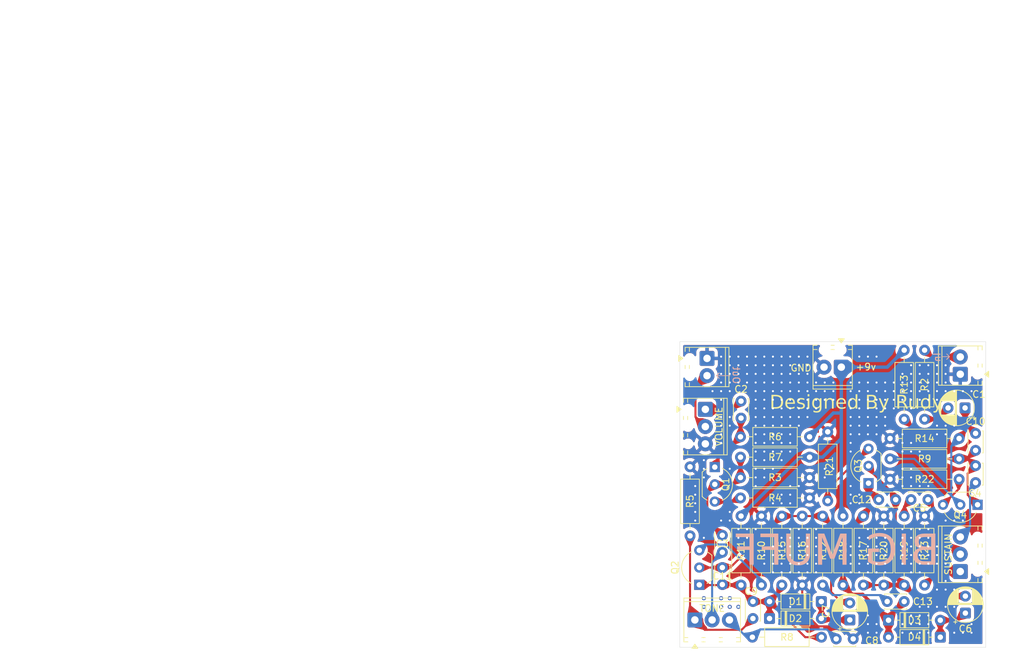
<source format=kicad_pcb>
(kicad_pcb (version 20241229) (generator "pcbnew") (generator_version "9.0")
  (layers (0 "F.Cu" signal) (2 "B.Cu" signal) (13 "F.Paste" user) (15 "B.Paste" user) (5 "F.SilkS" user "F.Silkscreen") (7 "B.SilkS" user "B.Silkscreen") (1 "F.Mask" user) (3 "B.Mask" user) (25 "Edge.Cuts" user))
  (net 0 "")
  (net 1 "Net-(C1-Pad2)")
  (net 2 "Net-(Q4-B)")
  (net 3 "Net-(C2-Pad2)")
  (net 4 "Net-(Q1-C)")
  (net 5 "Net-(Q1-B)")
  (net 6 "Tone_Stage_Out")
  (net 7 "Net-(Q4-C)")
  (net 8 "Net-(C4-Pad2)")
  (net 9 "Input_Boost_Output")
  (net 10 "Net-(C5-Pad2)")
  (net 11 "Net-(Q3-B)")
  (net 12 "Net-(D3-A)")
  (net 13 "Net-(D1-K)")
  (net 14 "Net-(Q2-B)")
  (net 15 "Net-(C8-Pad2)")
  (net 16 "GND")
  (net 17 "Clipping_Stage_Out")
  (net 18 "Net-(C9-Pad2)")
  (net 19 "Net-(D3-K)")
  (net 20 "Net-(C13-Pad2)")
  (net 21 "+9V")
  (net 22 "Effect_IN")
  (net 23 "Effect_OUT")
  (net 24 "Net-(Q1-E)")
  (net 25 "Net-(Q2-E)")
  (net 26 "Net-(Q3-E)")
  (net 27 "Net-(Q4-E)")
  (net 28 "Net-(R23-Pad1)")
  (footprint "Resistor_THT:R_Axial_DIN0207_L6.3mm_D2.5mm_P10.16mm_Horizontal" (layer "F.Cu") (at 127 75.67 -90)
    (property "Reference" "R17")
    (property "Value" "470K")
  )
  (footprint "Diode_THT:D_DO-35_SOD27_P7.62mm_Horizontal" (layer "F.Cu") (at 120.81 88.25 180)
    (property "Reference" "D1")
    (property "Value" "1N914")
  )
  (footprint "Resistor_THT:R_Axial_DIN0207_L6.3mm_D2.5mm_P10.16mm_Horizontal" (layer "F.Cu") (at 101.5 78.58 90)
    (property "Reference" "R5")
    (property "Value" "22K")
  )
  (footprint "Capacitor_THT:CP_Radial_D5.0mm_P2.50mm" (layer "F.Cu") (at 141.955112 59.75 180)
    (property "Reference" "C1")
    (property "Value" "1uF")
  )
  (footprint "Resistor_THT:R_Axial_DIN0207_L6.3mm_D2.5mm_P10.16mm_Horizontal" (layer "F.Cu") (at 133 75.67 -90)
    (property "Reference" "R19")
    (property "Value" "10K")
  )
  (footprint "Resistor_THT:R_Axial_DIN0207_L6.3mm_D2.5mm_P10.16mm_Horizontal" (layer "F.Cu") (at 115 85.83 90)
    (property "Reference" "R15")
    (property "Value" "470K")
  )
  (footprint "Resistor_THT:R_Axial_DIN0207_L6.3mm_D2.5mm_P10.16mm_Horizontal" (layer "F.Cu") (at 119.08 70 180)
    (property "Reference" "R3")
    (property "Value" "100K")
  )
  (footprint "Diode_THT:D_DO-35_SOD27_P7.62mm_Horizontal" (layer "F.Cu") (at 138.31 93.5 180)
    (property "Reference" "D4")
    (property "Value" "1N914")
  )
  (footprint "Capacitor_THT:CP_Radial_D5.0mm_P2.50mm" (layer "F.Cu") (at 142 89.955113 90)
    (property "Reference" "C6")
    (property "Value" "1uF")
  )
  (footprint "Resistor_THT:R_Axial_DIN0207_L6.3mm_D2.5mm_P10.16mm_Horizontal" (layer "F.Cu") (at 136 51.25 -90)
    (property "Reference" "R2")
    (property "Value" "39K")
  )
  (footprint "TerminalBlock_Phoenix:TerminalBlock_Phoenix_MPT-0,5-2-2.54_1x02_P2.54mm_Horizontal" (layer "F.Cu") (at 141.25 54.79 90)
    (property "Reference" "J2" (hide yes))
    (property "Value" "Sound")
  )
  (footprint "Capacitor_THT:C_Disc_D3.0mm_W2.0mm_P2.50mm" (layer "F.Cu") (at 125.5 93.75 180)
    (property "Reference" "C8")
    (property "Value" "10nF")
  )
  (footprint "Resistor_THT:R_Axial_DIN0207_L6.3mm_D2.5mm_P10.16mm_Horizontal" (layer "F.Cu") (at 108.92 64)
    (property "Reference" "R6")
    (property "Value" "15K")
  )
  (footprint "TerminalBlock_Phoenix:TerminalBlock_Phoenix_MPT-0,5-3-2.54_1x03_P2.54mm_Horizontal" (layer "F.Cu") (at 141.25 83.83 90)
    (property "Reference" "SUSTAIN")
    (property "Value" "100K")
  )
  (footprint "Capacitor_THT:C_Disc_D3.0mm_W2.0mm_P2.50mm" (layer "F.Cu") (at 143.5 63.5 -90)
    (property "Reference" "C10")
    (property "Value" "470pF")
  )
  (footprint "Resistor_THT:R_Axial_DIN0207_L6.3mm_D2.5mm_P10.16mm_Horizontal" (layer "F.Cu") (at 121.75 63.27 -90)
    (property "Reference" "R21")
    (property "Value" "150")
  )
  (footprint "Resistor_THT:R_Axial_DIN0207_L6.3mm_D2.5mm_P10.16mm_Horizontal" (layer "F.Cu") (at 121 75.67 -90)
    (property "Reference" "R12")
    (property "Value" "10k")
  )
  (footprint "Resistor_THT:R_Axial_DIN0207_L6.3mm_D2.5mm_P10.16mm_Horizontal" (layer "F.Cu") (at 120.83 93.5 180)
    (property "Reference" "R8")
    (property "Value" "39K")
  )
  (footprint "Capacitor_THT:C_Disc_D3.0mm_W2.0mm_P2.50mm" (layer "F.Cu") (at 106.25 81 90)
    (property "Reference" "C3")
    (property "Value" "100nF")
  )
  (footprint "Resistor_THT:R_Axial_DIN0207_L6.3mm_D2.5mm_P10.16mm_Horizontal" (layer "F.Cu") (at 141.08 64.25 180)
    (property "Reference" "R14")
    (property "Value" "47K")
  )
  (footprint "Capacitor_THT:C_Disc_D3.0mm_W2.0mm_P2.50mm" (layer "F.Cu") (at 109 61.25 90)
    (property "Reference" "C2")
    (property "Value" "100nF")
  )
  (footprint "Package_TO_SOT_THT:TO-92_Inline_Wide" (layer "F.Cu") (at 127.75 70.83 90)
    (property "Reference" "Q3")
    (property "Value" "BC239")
  )
  (footprint "Resistor_THT:R_Axial_DIN0207_L6.3mm_D2.5mm_P10.16mm_Horizontal" (layer "F.Cu") (at 108.92 67)
    (property "Reference" "R7")
    (property "Value" "430K")
  )
  (footprint "Package_TO_SOT_THT:TO-92_Inline_Wide" (layer "F.Cu") (at 105.14 68.46 -90)
    (property "Reference" "Q1")
    (property "Value" "BC239")
  )
  (footprint "Package_TO_SOT_THT:TO-92_Inline_Wide" (layer "F.Cu") (at 143.79 74 180)
    (property "Reference" "Q4")
    (property "Value" "BC239")
  )
  (footprint "Resistor_THT:R_Axial_DIN0207_L6.3mm_D2.5mm_P10.16mm_Horizontal" (layer "F.Cu") (at 118 85.83 90)
    (property "Reference" "R16")
    (property "Value" "100K")
  )
  (footprint "Diode_THT:D_DO-35_SOD27_P7.62mm_Horizontal" (layer "F.Cu") (at 113.19 90.75)
    (property "Reference" "D2")
    (property "Value" "1N914")
  )
  (footprint "Resistor_THT:R_Axial_DIN0207_L6.3mm_D2.5mm_P10.16mm_Horizontal" (layer "F.Cu") (at 133 61.41 90)
    (property "Reference" "R13")
    (property "Value" "10K")
  )
  (footprint "Capacitor_THT:C_Disc_D3.0mm_W2.0mm_P2.50mm" (layer "F.Cu") (at 131.75 73.25 180)
    (property "Reference" "C12")
    (property "Value" "470pF")
  )
  (footprint "Resistor_THT:R_Axial_DIN0207_L6.3mm_D2.5mm_P10.16mm_Horizontal" (layer "F.Cu") (at 130 75.67 -90)
    (property "Reference" "R20")
    (property "Value" "100K")
  )
  (footprint "Capacitor_THT:C_Disc_D3.0mm_W2.0mm_P2.50mm" (layer "F.Cu") (at 136.5 73.25 180)
    (property "Reference" "C5")
    (property "Value" "100nF")
  )
  (footprint "TerminalBlock_Phoenix:TerminalBlock_Phoenix_MPT-0,5-3-2.54_1x03_P2.54mm_Horizontal" (layer "F.Cu") (at 102.21 90.96)
    (property "Reference" "TONE")
    (property "Value" "100K")
  )
  (footprint "TerminalBlock_Phoenix:TerminalBlock_Phoenix_MPT-0,5-2-2.54_1x02_P2.54mm_Horizontal" (layer "F.Cu") (at 123.75 53.75 180)
    (property "Reference" "J1" (hide yes))
    (property "Value" "Power")
  )
  (footprint "TerminalBlock_Phoenix:TerminalBlock_Phoenix_MPT-0,5-2-2.54_1x02_P2.54mm_Horizontal" (layer "F.Cu") (at 104 52.46 -90)
    (property "Reference" "J3" (hide yes))
    (property "Value" "Sound")
  )
  (footprint "Capacitor_THT:C_Disc_D3.0mm_W2.0mm_P2.50mm" (layer "F.Cu") (at 143.5 68.25 -90)
    (property "Reference" "C4")
    (property "Value" "1uF")
  )
  (footprint "Capacitor_THT:C_Disc_D3.0mm_W2.0mm_P2.50mm" (layer "F.Cu") (at 110.75 88.25 -90)
    (property "Reference" "C9")
    (property "Value" "4nF")
  )
  (footprint "Resistor_THT:R_Axial_DIN0207_L6.3mm_D2.5mm_P10.16mm_Horizontal" (layer "F.Cu") (at 136 85.83 90)
    (property "Reference" "R23")
    (property "Value" "1K")
  )
  (footprint "Resistor_THT:R_Axial_DIN0207_L6.3mm_D2.5mm_P10.16mm_Horizontal" (layer "F.Cu") (at 112 75.67 -90)
    (property "Reference" "R10")
    (property "Value" "150")
  )
  (footprint "Resistor_THT:R_Axial_DIN0207_L6.3mm_D2.5mm_P10.16mm_Horizontal" (layer "F.Cu") (at 119.08 73 180)
    (property "Reference" "R4")
    (property "Value" "3K3")
  )
  (footprint "TerminalBlock_Phoenix:TerminalBlock_Phoenix_MPT-0,5-3-2.54_1x03_P2.54mm_Horizontal" (layer "F.Cu") (at 103.75 59.96 -90)
    (property "Reference" "VOLUME")
    (property "Value" "100K")
  )
  (footprint "Resistor_THT:R_Axial_DIN0207_L6.3mm_D2.5mm_P10.16mm_Horizontal" (layer "F.Cu") (at 130.92 67.25)
    (property "Reference" "R9")
    (property "Value" "470K")
  )
  (footprint "Package_TO_SOT_THT:TO-92_Inline_Wide" (layer "F.Cu") (at 102.86 85.79 90)
    (property "Reference" "Q2")
    (property "Value" "BC239")
  )
  (footprint "Capacitor_THT:C_Disc_D3.0mm_W2.0mm_P2.50mm" (layer "F.Cu") (at 106.25 83.25 -90)
    (property "Reference" "C11")
    (property "Value" "470pF")
  )
  (footprint "Resistor_THT:R_Axial_DIN0207_L6.3mm_D2.5mm_P10.16mm_Horizontal" (layer "F.Cu") (at 124 85.83 90)
    (property "Reference" "R18")
    (property "Value" "10K")
  )
  (footprint "Resistor_THT:R_Axial_DIN0207_L6.3mm_D2.5mm_P10.16mm_Horizontal" (layer "F.Cu") (at 109 85.83 90)
    (property "Reference" "R11")
    (property "Value" "10K")
  )
  (footprint "Resistor_THT:R_Axial_DIN0207_L6.3mm_D2.5mm_P10.16mm_Horizontal" (layer "F.Cu") (at 141.08 70.25 180)
    (property "Reference" "R22")
    (property "Value" "100")
  )
  (footprint "Diode_THT:D_DO-35_SOD27_P7.62mm_Horizontal" (layer "F.Cu") (at 130.69 91)
    (property "Reference" "D3")
    (property "Value" "1N914")
  )
  (footprint "Capacitor_THT:CP_Radial_D5.0mm_P2.50mm" (layer "F.Cu") (at 125 90.955112 90)
    (property "Reference" "C7")
    (property "Value" "1uF")
  )
  (footprint "Capacitor_THT:C_Disc_D3.0mm_W2.0mm_P2.50mm" (layer "F.Cu") (at 133 88.25 180)
    (property "Reference" "C13")
    (property "Value" "100nF")
  )
  (gr_line (start 138.5 52.2) (end 139.65 52.2) (stroke (width 0.1)) (layer "B.SilkS"))
  (gr_line (start 107.4 55) (end 105.4 55) (stroke (width 0.1)) (layer "B.SilkS"))
  (gr_line (start 139.65 52.2) (end 139.25 51.8) (stroke (width 0.1)) (layer "B.SilkS"))
  (gr_line (start 105.4 55) (end 105.8 55.4) (stroke (width 0.1)) (layer "B.SilkS"))
  (gr_line (start 105.8 54.6) (end 105.4 55) (stroke (width 0.1)) (layer "B.SilkS"))
  (gr_line (start 139.65 52.2) (end 139.25 52.6) (stroke (width 0.1)) (layer "B.SilkS"))
  (gr_line (start 105.4 55) (end 105.8 54.6) (stroke (width 0.1)) (layer "B.SilkS"))
  (gr_line (start 139.25 52.6) (end 139.65 52.2) (stroke (width 0.1)) (layer "B.SilkS"))
  (gr_rect (start 100 50) (end 145 95) (stroke (width 0.05)) (fill no) (layer "Edge.Cuts"))
  (gr_text "+9v\n" (at 125.8 54.3 0) (layer "F.SilkS") (effects (font (size 1 1)) (justify left bottom)))
  (gr_text "Designed By Rudy" (at 113.2 60.2 0) (layer "F.SilkS") (effects (font (size 2 2) (thickness 0.1)) (justify left bottom)))
  (gr_text "GND" (at 116.2 54.45 0) (layer "F.SilkS") (effects (font (size 1 1)) (justify left bottom)))
  (gr_text "In\n" (at 138.4 51.5 90) (layer "B.SilkS") (effects (font (size 1 1)) (justify left bottom mirror)))
  (gr_text "BIG MUFF\n" (at 138.2 83.6 0) (layer "B.SilkS") (effects (font (size 4.5 4.5) (thickness 0.1)) (justify left bottom mirror)))
  (gr_text "Out\n" (at 107.7 56.3 270) (layer "B.SilkS") (effects (font (size 1 1)) (justify left bottom mirror)))
  (segment (start 136 61.41) (end 137.795112 61.41) (width 0.3) (layer "F.Cu") (net 1))
  (segment (start 137.795112 61.41) (end 139.455112 59.75) (width 0.3) (layer "F.Cu") (net 1))
  (segment (start 141.955112 59.75) (end 141.955112 61.955112) (width 0.3) (layer "F.Cu") (net 2))
  (segment (start 141.955112 61.955112) (end 143.5 63.5) (width 0.3) (layer "F.Cu") (net 2))
  (segment (start 141.955112 59.75) (end 141.955112 63.374888) (width 0.3) (layer "F.Cu") (net 2))
  (segment (start 141.955112 63.374888) (end 141.08 64.25) (width 0.3) (layer "F.Cu") (net 2))
  (segment (start 139.929 72.679) (end 139.929 65.401) (width 0.3) (layer "B.Cu") (net 2))
  (segment (start 141.25 74) (end 139.929 72.679) (width 0.3) (layer "B.Cu") (net 2))
  (segment (start 134.5 67.25) (end 130.92 67.25) (width 0.3) (layer "B.Cu") (net 2))
  (segment (start 141.25 74) (end 134.5 67.25) (width 0.3) (layer "B.Cu") (net 2))
  (segment (start 139.929 65.401) (end 141.08 64.25) (width 0.3) (layer "B.Cu") (net 2))
  (segment (start 107.79 59.96) (end 109 58.75) (width 0.3) (layer "F.Cu") (net 3))
  (segment (start 103.75 59.96) (end 107.79 59.96) (width 0.3) (layer "F.Cu") (net 3))
  (segment (start 108.92 64) (end 105.14 67.78) (width 0.3) (layer "F.Cu") (net 4))
  (segment (start 105.14 67.78) (end 105.14 68.46) (width 0.3) (layer "F.Cu") (net 4))
  (segment (start 108.92 64) (end 108.92 61.33) (width 0.3) (layer "F.Cu") (net 4))
  (segment (start 108.92 61.33) (end 109 61.25) (width 0.3) (layer "F.Cu") (net 4))
  (segment (start 105.14 71) (end 107.92 71) (width 0.3) (layer "F.Cu") (net 5))
  (segment (start 106.25 78.5) (end 104.039 76.289) (width 0.3) (layer "F.Cu") (net 5))
  (segment (start 104.039 76.289) (end 104.039 72.101) (width 0.3) (layer "F.Cu") (net 5))
  (segment (start 104.039 72.101) (end 105.14 71) (width 0.3) (layer "F.Cu") (net 5))
  (segment (start 107.92 71) (end 108.92 70) (width 0.3) (layer "F.Cu") (net 5))
  (segment (start 108.92 67) (end 108.92 70) (width 0.3) (layer "F.Cu") (net 5))
  (segment (start 104.75 82.5) (end 106.25 81) (width 0.3) (layer "B.Cu") (net 6))
  (segment (start 104.75 90.96) (end 104.75 82.5) (width 0.3) (layer "B.Cu") (net 6))
  (segment (start 138.84 67.25) (end 141.08 67.25) (width 0.3) (layer "F.Cu") (net 7))
  (segment (start 141.08 67.25) (end 142.5 67.25) (width 0.3) (layer "F.Cu") (net 7))
  (segment (start 142.25 67.25) (end 143.5 66) (width 0.3) (layer "F.Cu") (net 7))
  (segment (start 133 61.41) (end 138.84 67.25) (width 0.3) (layer "F.Cu") (net 7))
  (segment (start 142.349 69.401) (end 142.349 72.559) (width 0.3) (layer "F.Cu") (net 7))
  (segment (start 141.08 67.25) (end 142.25 67.25) (width 0.3) (layer "F.Cu") (net 7))
  (segment (start 142.349 72.559) (end 143.79 74) (width 0.3) (layer "F.Cu") (net 7))
  (segment (start 143.5 68.25) (end 142.349 69.401) (width 0.3) (layer "F.Cu") (net 7))
  (segment (start 142.5 67.25) (end 143.5 68.25) (width 0.3) (layer "F.Cu") (net 7))
  (segment (start 142.689 77.311) (end 141.25 78.75) (width 0.3) (layer "B.Cu") (net 8))
  (segment (start 143.5 70.75) (end 142.689 71.561) (width 0.3) (layer "B.Cu") (net 8))
  (segment (start 142.689 71.561) (end 142.689 77.311) (width 0.3) (layer "B.Cu") (net 8))
  (segment (start 141.25 81.29) (end 138 78.04) (width 0.3) (layer "F.Cu") (net 9))
  (segment (start 138 75.25) (end 136.5 73.75) (width 0.3) (layer "F.Cu") (net 9))
  (segment (start 138 78.04) (end 138 75.25) (width 0.3) (layer "F.Cu") (net 9))
  (segment (start 136.5 73.75) (end 136.5 73.25) (width 0.3) (layer "F.Cu") (net 9))
  (segment (start 133 75.67) (end 133 74.25) (width 0.3) (layer "F.Cu") (net 10))
  (segment (start 133 74.25) (end 134 73.25) (width 0.3) (layer "F.Cu") (net 10))
  (segment (start 133 85.83) (end 131.75 84.58) (width 0.3) (layer "F.Cu") (net 11))
  (segment (start 134.625113 87.455113) (end 142 87.455113) (width 0.3) (layer "F.Cu") (net 11))
  (segment (start 131.75 84.58) (end 131.75 73.25) (width 0.3) (layer "F.Cu") (net 11))
  (segment (start 127.75 68.729) (end 127.75 68.29) (width 0.3) (layer "F.Cu") (net 11))
  (segment (start 133 85.83) (end 130 85.83) (width 0.3) (layer "F.Cu") (net 11))
  (segment (start 131.75 73.25) (end 131.75 72.729) (width 0.3) (layer "F.Cu") (net 11))
  (segment (start 133 85.83) (end 127 85.83) (width 0.3) (layer "F.Cu") (net 11))
  (segment (start 133 85.83) (end 134.625113 87.455113) (width 0.3) (layer "F.Cu") (net 11))
  (segment (start 131.75 72.729) (end 127.75 68.729) (width 0.3) (layer "F.Cu") (net 11))
  (segment (start 138.31 91) (end 140.955113 91) (width 0.3) (layer "F.Cu") (net 12))
  (segment (start 138.31 91) (end 138.31 93.5) (width 0.3) (layer "F.Cu") (net 12))
  (segment (start 140.955113 91) (end 142 89.955113) (width 0.3) (layer "F.Cu") (net 12))
  (segment (start 120.81 88.25) (end 120.81 90.75) (width 0.3) (layer "F.Cu") (net 13))
  (segment (start 125 90.955112) (end 121.015112 90.955112) (width 0.3) (layer "F.Cu") (net 13))
  (segment (start 121.015112 90.955112) (end 120.81 90.75) (width 0.3) (layer "F.Cu") (net 13))
  (segment (start 102.86 83.25) (end 106.25 83.25) (width 0.3) (layer "F.Cu") (net 14))
  (segment (start 107.42 83.25) (end 115 75.67) (width 0.3) (layer "F.Cu") (net 14))
  (segment (start 122.25 76.92) (end 121 75.67) (width 0.3) (layer "F.Cu") (net 14))
  (segment (start 122.25 86.836482) (end 122.25 76.92) (width 0.3) (layer "F.Cu") (net 14))
  (segment (start 106.25 83.25) (end 107.42 83.25) (width 0.3) (layer "F.Cu") (net 14))
  (segment (start 115 75.67) (end 121 75.67) (width 0.3) (layer "F.Cu") (net 14))
  (segment (start 123.86863 88.455112) (end 122.25 86.836482) (width 0.3) (layer "F.Cu") (net 14))
  (segment (start 125 88.455112) (end 123.86863 88.455112) (width 0.3) (layer "F.Cu") (net 14))
  (segment (start 110.67 93.5) (end 111.821 92.349) (width 0.3) (layer "B.Cu") (net 15))
  (segment (start 111.821 92.349) (end 121.599 92.349) (width 0.3) (layer "B.Cu") (net 15))
  (segment (start 109.83 93.5) (end 110.67 93.5) (width 0.3) (layer "B.Cu") (net 15))
  (segment (start 121.599 92.349) (end 123 93.75) (width 0.3) (layer "B.Cu") (net 15))
  (segment (start 107.29 90.96) (end 109.83 93.5) (width 0.3) (layer "B.Cu") (net 15))
  (segment (start 118 89.56776) (end 118 85.83) (width 0.3) (layer "F.Cu") (net 16))
  (segment (start 120.33324 91.901) (end 118 89.56776) (width 0.3) (layer "F.Cu") (net 16))
  (segment (start 125.5 93.75) (end 123.651 91.901) (width 0.3) (layer "F.Cu") (net 16))
  (segment (start 123.651 91.901) (end 120.33324 91.901) (width 0.3) (layer "F.Cu") (net 16))
  (via (at 117.50175 56.01175) (size 0.6) (drill 0.3) (layers "F.Cu" "B.Cu") (net 16))
  (via (at 135.28175 91.57175) (size 0.6) (drill 0.3) (layers "F.Cu" "B.Cu") (net 16))
  (via (at 127.66175 62.36175) (size 0.6) (drill 0.3) (layers "F.Cu" "B.Cu") (net 16))
  (via (at 107.34175 56.01175) (size 0.6) (drill 0.3) (layers "F.Cu" "B.Cu") (net 16))
  (via (at 103.53175 89.03175) (size 0.6) (drill 0.3) (layers "F.Cu" "B.Cu") (net 16))
  (via (at 132.74175 78.87175) (size 0.6) (drill 0.3) (layers "F.Cu" "B.Cu") (net 16))
  (via (at 120.04175 78.87175) (size 0.6) (drill 0.3) (layers "F.Cu" "B.Cu") (net 16))
  (via (at 130.20175 81.41175) (size 0.6) (drill 0.3) (layers "F.Cu" "B.Cu") (net 16))
  (via (at 140.36175 76.33175) (size 0.6) (drill 0.3) (layers "F.Cu" "B.Cu") (net 16))
  (via (at 126.39175 81.41175) (size 0.6) (drill 0.3) (layers "F.Cu" "B.Cu") (net 16))
  (via (at 127.66175 83.95175) (size 0.6) (drill 0.3) (layers "F.Cu" "B.Cu") (net 16))
  (via (at 113.69175 52.20175) (size 0.6) (drill 0.3) (layers "F.Cu" "B.Cu") (net 16))
  (via (at 130.20175 57.28175) (size 0.6) (drill 0.3) (layers "F.Cu" "B.Cu") (net 16))
  (via (at 108.61175 77.60175) (size 0.6) (drill 0.3) (layers "F.Cu" "B.Cu") (net 16))
  (via (at 135.28175 83.95175) (size 0.6) (drill 0.3) (layers "F.Cu" "B.Cu") (net 16))
  (via (at 111.15175 71.25175) (size 0.6) (drill 0.3) (layers "F.Cu" "B.Cu") (net 16))
  (via (at 125.12175 80.14175) (size 0.6) (drill 0.3) (layers "F.Cu" "B.Cu") (net 16))
  (via (at 128.93175 61.09175) (size 0.6) (drill 0.3) (layers "F.Cu" "B.Cu") (net 16))
  (via (at 132.74175 58.55175) (size 0.6) (drill 0.3) (layers "F.Cu" "B.Cu") (net 16))
  (via (at 120.04175 56.01175) (size 0.6) (drill 0.3) (layers "F.Cu" "B.Cu") (net 16))
  (via (at 127.66175 91.57175) (size 0.6) (drill 0.3) (layers "F.Cu" "B.Cu") (net 16))
  (via (at 106.07175 61.09175) (size 0.6) (drill 0.3) (layers "F.Cu" "B.Cu") (net 16))
  (via (at 116.23175 87.76175) (size 0.6) (drill 0.3) (layers "F.Cu" "B.Cu") (net 16))
  (via (at 135.28175 78.87175) (size 0.6) (drill 0.3) (layers "F.Cu" "B.Cu") (net 16))
  (via (at 135.28175 57.28175) (size 0.6) (drill 0.3) (layers "F.Cu" "B.Cu") (net 16))
  (via (at 111.15175 53.47175) (size 0.6) (drill 0.3) (layers "F.Cu" "B.Cu") (net 16))
  (via (at 114.96175 57.28175) (size 0.6) (drill 0.3) (layers "F.Cu" "B.Cu") (net 16))
  (via (at 128.93175 57.28175) (size 0.6) (drill 0.3) (layers "F.Cu" "B.Cu") (net 16))
  (via (at 102.26175 73.79175) (size 0.6) (drill 0.3) (layers "F.Cu" "B.Cu") (net 16))
  (via (at 128.93175 59.82175) (size 0.6) (drill 0.3) (layers "F.Cu" "B.Cu") (net 16))
  (via (at 117.50175 81.41175) (size 0.6) (drill 0.3) (layers "F.Cu" "B.Cu") (net 16))
  (via (at 128.93175 81.41175) (size 0.6) (drill 0.3) (layers "F.Cu" "B.Cu") (net 16))
  (via (at 111.15175 64.90175) (size 0.6) (drill 0.3) (layers "F.Cu" "B.Cu") (net 16))
  (via (at 108.61175 54.74175) (size 0.6) (drill 0.3) (layers "F.Cu" "B.Cu") (net 16))
  (via (at 132.74175 54.74175) (size 0.6) (drill 0.3) (layers "F.Cu" "B.Cu") (net 16))
  (via (at 137.82175 62.36175) (size 0.6) (drill 0.3) (layers "F.Cu" "B.Cu") (net 16))
  (via (at 128.93175 56.01175) (size 0.6) (drill 0.3) (layers "F.Cu" "B.Cu") (net 16))
  (via (at 106.07175 76.33175) (size 0.6) (drill 0.3) (layers "F.Cu" "B.Cu") (net 16))
  (via (at 135.28175 69.98175) (size 0.6) (drill 0.3) (layers "F.Cu" "B.Cu") (net 16))
  (via (at 136.55175 89.03175) (size 0.6) (drill 0.3) (layers "F.Cu" "B.Cu") (net 16))
  (via (at 125.12175 83.95175) (size 0.6) (drill 0.3) (layers "F.Cu" "B.Cu") (net 16))
  (via (at 111.15175 62.36175) (size 0.6) (drill 0.3) (layers "F.Cu" "B.Cu") (net 16))
  (via (at 107.34175 52.20175) (size 0.6) (drill 0.3) (layers "F.Cu" "B.Cu") (net 16))
  (via (at 103.53175 68.71175) (size 0.6) (drill 0.3) (layers "F.Cu" "B.Cu") (net 16))
  (via (at 116.23175 78.87175) (size 0.6) (drill 0.3) (layers "F.Cu" "B.Cu") (net 16))
  (via (at 120.04175 77.60175) (size 0.6) (drill 0.3) (layers "F.Cu" "B.Cu") (net 16))
  (via (at 126.39175 80.14175) (size 0.6) (drill 0.3) (layers "F.Cu" "B.Cu") (net 16))
  (via (at 107.34175 53.47175) (size 0.6) (drill 0.3) (layers "F.Cu" "B.Cu") (net 16))
  (via (at 127.66175 61.09175) (size 0.6) (drill 0.3) (layers "F.Cu" "B.Cu") (net 16))
  (via (at 137.82175 57.28175) (size 0.6) (drill 0.3) (layers "F.Cu" "B.Cu") (net 16))
  (via (at 114.96175 66.17175) (size 0.6) (drill 0.3) (layers "F.Cu" "B.Cu") (net 16))
  (via (at 139.09175 56.01175) (size 0.6) (drill 0.3) (layers "F.Cu" "B.Cu") (net 16))
  (via (at 117.50175 57.28175) (size 0.6) (drill 0.3) (layers "F.Cu" "B.Cu") (net 16))
  (via (at 118.77175 78.87175) (size 0.6) (drill 0.3) (layers "F.Cu" "B.Cu") (net 16))
  (via (at 132.74175 81.41175) (size 0.6) (drill 0.3) (layers "F.Cu" "B.Cu") (net 16))
  (via (at 132.74175 77.60175) (size 0.6) (drill 0.3) (layers "F.Cu" "B.Cu") (net 16))
  (via (at 127.66175 78.87175) (size 0.6) (drill 0.3) (layers "F.Cu" "B.Cu") (net 16))
  (via (at 121.31175 57.28175) (size 0.6) (drill 0.3) (layers "F.Cu" "B.Cu") (net 16))
  (via (at 142.90175 92.84175) (size 0.6) (drill 0.3) (layers "F.Cu" "B.Cu") (net 16))
  (via (at 132.74175 92.84175) (size 0.6) (drill 0.3) (layers "F.Cu" "B.Cu") (net 16))
  (via (at 132.74175 80.14175) (size 0.6) (drill 0.3) (layers "F.Cu" "B.Cu") (net 16))
  (via (at 128.93175 77.60175) (size 0.6) (drill 0.3) (layers "F.Cu" "B.Cu") (net 16))
  (via (at 136.55175 81.41175) (size 0.6) (drill 0.3) (layers "F.Cu" "B.Cu") (net 16))
  (via (at 132.74175 82.68175) (size 0.6) (drill 0.3) (layers "F.Cu" "B.Cu") (net 16))
  (via (at 112.42175 69.98175) (size 0.6) (drill 0.3) (layers "F.Cu" "B.Cu") (net 16))
  (via (at 134.01175 56.01175) (size 0.6) (drill 0.3) (layers "F.Cu" "B.Cu") (net 16))
  (via (at 113.69175 68.71175) (size 0.6) (drill 0.3) (layers "F.Cu" "B.Cu") (net 16))
  (via (at 137.82175 89.03175) (size 0.6) (drill 0.3) (layers "F.Cu" "B.Cu") (net 16))
  (via (at 118.77175 52.20175) (size 0.6) (drill 0.3) (layers "F.Cu" "B.Cu") (net 16))
  (via (at 127.66175 52.20175) (size 0.6) (drill 0.3) (layers "F.Cu" "B.Cu") (net 16))
  (via (at 141.63175 57.28175) (size 0.6) (drill 0.3) (layers "F.Cu" "B.Cu") (net 16))
  (via (at 106.07175 58.55175) (size 0.6) (drill 0.3) (layers "F.Cu" "B.Cu") (net 16))
  (via (at 139.09175 53.47175) (size 0.6) (drill 0.3) (layers "F.Cu" "B.Cu") (net 16))
  (via (at 120.04175 80.14175) (size 0.6) (drill 0.3) (layers "F.Cu" "B.Cu") (net 16))
  (via (at 131.47175 58.55175) (size 0.6) (drill 0.3) (layers "F.Cu" "B.Cu") (net 16))
  (via (at 116.23175 54.74175) (size 0.6) (drill 0.3) (layers "F.Cu" "B.Cu") (net 16))
  (via (at 135.28175 90.30175) (size 0.6) (drill 0.3) (layers "F.Cu" "B.Cu") (net 16))
  (via (at 135.28175 92.84175) (size 0.6) (drill 0.3) (layers "F.Cu" "B.Cu") (net 16))
  (via (at 126.39175 62.36175) (size 0.6) (drill 0.3) (layers "F.Cu" "B.Cu") (net 16))
  (via (at 118.77175 83.95175) (size 0.6) (drill 0.3) (layers "F.Cu" "B.Cu") (net 16))
  (via (at 136.55175 58.55175) (size 0.6) (drill 0.3) (layers "F.Cu" "B.Cu") (net 16))
  (via (at 131.47175 56.01175) (size 0.6) (drill 0.3) (layers "F.Cu" "B.Cu") (net 16))
  (via (at 135.28175 66.17175) (size 0.6) (drill 0.3) (layers "F.Cu" "B.Cu") (net 16))
  (via (at 127.66175 90.30175) (size 0.6) (drill 0.3) (layers "F.Cu" "B.Cu") (net 16))
  (via (at 132.74175 68.71175) (size 0.6) (drill 0.3) (layers "F.Cu" "B.Cu") (net 16))
  (via (at 116.23175 77.60175) (size 0.6) (drill 0.3) (layers "F.Cu" "B.Cu") (net 16))
  (via (at 113.69175 80.14175) (size 0.6) (drill 0.3) (layers "F.Cu" "B.Cu") (net 16))
  (via (at 112.42175 81.41175) (size 0.6) (drill 0.3) (layers "F.Cu" "B.Cu") (net 16))
  (via (at 117.50175 80.14175) (size 0.6) (drill 0.3) (layers "F.Cu" "B.Cu") (net 16))
  (via (at 116.23175 64.90175) (size 0.6) (drill 0.3) (layers "F.Cu" "B.Cu") (net 16))
  (via (at 111.15175 77.60175) (size 0.6) (drill 0.3) (layers "F.Cu" "B.Cu") (net 16))
  (via (at 116.23175 58.55175) (size 0.6) (drill 0.3) (layers "F.Cu" "B.Cu") (net 16))
  (via (at 128.93175 62.36175) (size 0.6) (drill 0.3) (layers "F.Cu" "B.Cu") (net 16))
  (via (at 117.50175 62.36175) (size 0.6) (drill 0.3) (layers "F.Cu" "B.Cu") (net 16))
  (via (at 137.82175 80.14175) (size 0.6) (drill 0.3) (layers "F.Cu" "B.Cu") (net 16))
  (via (at 116.23175 83.95175) (size 0.6) (drill 0.3) (layers "F.Cu" "B.Cu") (net 16))
  (via (at 137.82175 54.74175) (size 0.6) (drill 0.3) (layers "F.Cu" "B.Cu") (net 16))
  (via (at 117.50175 52.20175) (size 0.6) (drill 0.3) (layers "F.Cu" "B.Cu") (net 16))
  (via (at 140.36175 62.36175) (size 0.6) (drill 0.3) (layers "F.Cu" "B.Cu") (net 16))
  (via (at 134.01175 81.41175) (size 0.6) (drill 0.3) (layers "F.Cu" "B.Cu") (net 16))
  (via (at 118.77175 57.28175) (size 0.6) (drill 0.3) (layers "F.Cu" "B.Cu") (net 16))
  (via (at 106.07175 52.20175) (size 0.6) (drill 0.3) (layers "F.Cu" "B.Cu") (net 16))
  (via (at 139.09175 63.63175) (size 0.6) (drill 0.3) (layers "F.Cu" "B.Cu") (net 16))
  (via (at 116.23175 89.03175) (size 0.6) (drill 0.3) (layers "F.Cu" "B.Cu") (net 16))
  (via (at 127.66175 77.60175) (size 0.6) (drill 0.3) (layers "F.Cu" "B.Cu") (net 16))
  (via (at 134.01175 59.82175) (size 0.6) (drill 0.3) (layers "F.Cu" "B.Cu") (net 16))
  (via (at 125.12175 63.63175) (size 0.6) (drill 0.3) (layers "F.Cu" "B.Cu") (net 16))
  (via (at 112.42175 66.17175) (size 0.6) (drill 0.3) (layers "F.Cu" "B.Cu") (net 16))
  (via (at 102.26175 72.52175) (size 0.6) (drill 0.3) (layers "F.Cu" "B.Cu") (net 16))
  (via (at 126.39175 59.82175) (size 0.6) (drill 0.3) (layers "F.Cu" "B.Cu") (net 16))
  (via (at 117.50175 77.60175) (size 0.6) (drill 0.3) (layers "F.Cu" "B.Cu") (net 16))
  (via (at 109.88175 78.87175) (size 0.6) (drill 0.3) (layers "F.Cu" "B.Cu") (net 16))
  (via (at 126.39175 82.68175) (size 0.6) (drill 0.3) (layers "F.Cu" "B.Cu") (net 16))
  (via (at 136.55175 90.30175) (size 0.6) (drill 0.3) (layers "F.Cu" "B.Cu") (net 16))
  (via (at 113.69175 67.44175) (size 0.6) (drill 0.3) (layers "F.Cu" "B.Cu") (net 16))
  (via (at 122.58175 68.71175) (size 0.6) (drill 0.3) (layers "F.Cu" "B.Cu") (net 16))
  (via (at 106.07175 89.03175) (size 0.6) (drill 0.3) (layers "F.Cu" "B.Cu") (net 16))
  (via (at 103.53175 69.98175) (size 0.6) (drill 0.3) (layers "F.Cu" "B.Cu") (net 16))
  (via (at 114.96175 58.55175) (size 0.6) (drill 0.3) (layers "F.Cu" "B.Cu") (net 16))
  (via (at 132.74175 91.57175) (size 0.6) (drill 0.3) (layers "F.Cu" "B.Cu") (net 16))
  (via (at 116.23175 56.01175) (size 0.6) (drill 0.3) (layers "F.Cu" "B.Cu") (net 16))
  (via (at 113.69175 83.95175) (size 0.6) (drill 0.3) (layers "F.Cu" "B.Cu") (net 16))
  (via (at 120.04175 83.95175) (size 0.6) (drill 0.3) (layers "F.Cu" "B.Cu") (net 16))
  (via (at 125.12175 82.68175) (size 0.6) (drill 0.3) (layers "F.Cu" "B.Cu") (net 16))
  (via (at 134.01175 54.74175) (size 0.6) (drill 0.3) (layers "F.Cu" "B.Cu") (net 16))
  (via (at 139.09175 62.36175) (size 0.6) (drill 0.3) (layers "F.Cu" "B.Cu") (net 16))
  (via (at 134.01175 82.68175) (size 0.6) (drill 0.3) (layers "F.Cu" "B.Cu") (net 16))
  (via (at 108.61175 89.03175) (size 0.6) (drill 0.3) (layers "F.Cu" "B.Cu") (net 16))
  (via (at 127.66175 57.28175) (size 0.6) (drill 0.3) (layers "F.Cu" "B.Cu") (net 16))
  (via (at 125.12175 73.79175) (size 0.6) (drill 0.3) (layers "F.Cu" "B.Cu") (net 16))
  (via (at 136.55175 57.28175) (size 0.6) (drill 0.3) (layers "F.Cu" "B.Cu") (net 16))
  (via (at 112.42175 68.71175) (size 0.6) (drill 0.3) (layers "F.Cu" "B.Cu") (net 16))
  (via (at 117.50175 82.68175) (size 0.6) (drill 0.3) (layers "F.Cu" "B.Cu") (net 16))
  (via (at 118.77175 58.55175) (size 0.6) (drill 0.3) (layers "F.Cu" "B.Cu") (net 16))
  (via (at 132.74175 63.63175) (size 0.6) (drill 0.3) (layers "F.Cu" "B.Cu") (net 16))
  (via (at 111.15175 52.20175) (size 0.6) (drill 0.3) (layers "F.Cu" "B.Cu") (net 16))
  (via (at 107.34175 87.76175) (size 0.6) (drill 0.3) (layers "F.Cu" "B.Cu") (net 16))
  (via (at 113.69175 59.82175) (size 0.6) (drill 0.3) (layers "F.Cu" "B.Cu") (net 16))
  (via (at 113.69175 62.36175) (size 0.6) (drill 0.3) (layers "F.Cu" "B.Cu") (net 16))
  (via (at 126.39175 52.20175) (size 0.6) (drill 0.3) (layers "F.Cu" "B.Cu") (net 16))
  (via (at 125.12175 71.25175) (size 0.6) (drill 0.3) (layers "F.Cu" "B.Cu") (net 16))
  (via (at 111.15175 58.55175) (size 0.6) (drill 0.3) (layers "F.Cu" "B.Cu") (net 16))
  (via (at 137.82175 58.55175) (size 0.6) (drill 0.3) (layers "F.Cu" "B.Cu") (net 16))
  (via (at 139.09175 86.49175) (size 0.6) (drill 0.3) (layers "F.Cu" "B.Cu") (net 16))
  (via (at 126.39175 61.09175) (size 0.6) (drill 0.3) (layers "F.Cu" "B.Cu") (net 16))
  (via (at 126.39175 83.95175) (size 0.6) (drill 0.3) (layers "F.Cu" "B.Cu") (net 16))
  (via (at 120.04175 57.28175) (size 0.6) (drill 0.3) (layers "F.Cu" "B.Cu") (net 16))
  (via (at 130.20175 77.60175) (size 0.6) (drill 0.3) (layers "F.Cu" "B.Cu") (net 16))
  (via (at 107.34175 89.03175) (size 0.6) (drill 0.3) (layers "F.Cu" "B.Cu") (net 16))
  (via (at 113.69175 82.68175) (size 0.6) (drill 0.3) (layers "F.Cu" "B.Cu") (net 16))
  (via (at 136.55175 82.68175) (size 0.6) (drill 0.3) (layers "F.Cu" "B.Cu") (net 16))
  (via (at 111.15175 66.17175) (size 0.6) (drill 0.3) (layers "F.Cu" "B.Cu") (net 16))
  (via (at 117.50175 53.47175) (size 0.6) (drill 0.3) (layers "F.Cu" "B.Cu") (net 16))
  (via (at 106.07175 62.36175) (size 0.6) (drill 0.3) (layers "F.Cu" "B.Cu") (net 16))
  (via (at 117.50175 83.95175) (size 0.6) (drill 0.3) (layers "F.Cu" "B.Cu") (net 16))
  (via (at 136.55175 77.60175) (size 0.6) (drill 0.3) (layers "F.Cu" "B.Cu") (net 16))
  (via (at 127.66175 81.41175) (size 0.6) (drill 0.3) (layers "F.Cu" "B.Cu") (net 16))
  (via (at 130.20175 82.68175) (size 0.6) (drill 0.3) (layers "F.Cu" "B.Cu") (net 16))
  (via (at 113.69175 73.79175) (size 0.6) (drill 0.3) (layers "F.Cu" "B.Cu") (net 16))
  (via (at 116.23175 53.47175) (size 0.6) (drill 0.3) (layers "F.Cu" "B.Cu") (net 16))
  (via (at 116.23175 73.79175) (size 0.6) (drill 0.3) (layers "F.Cu" "B.Cu") (net 16))
  (via (at 106.07175 63.63175) (size 0.6) (drill 0.3) (layers "F.Cu" "B.Cu") (net 16))
  (via (at 111.15175 54.74175) (size 0.6) (drill 0.3) (layers "F.Cu" "B.Cu") (net 16))
  (via (at 128.93175 78.87175) (size 0.6) (drill 0.3) (layers "F.Cu" "B.Cu") (net 16))
  (via (at 134.01175 91.57175) (size 0.6) (drill 0.3) (layers "F.Cu" "B.Cu") (net 16))
  (via (at 128.93175 82.68175) (size 0.6) (drill 0.3) (layers "F.Cu" "B.Cu") (net 16))
  (via (at 135.28175 89.03175) (size 0.6) (drill 0.3) (layers "F.Cu" "B.Cu") (net 16))
  (via (at 136.55175 54.74175) (size 0.6) (drill 0.3) (layers "F.Cu" "B.Cu") (net 16))
  (via (at 117.50175 71.25175) (size 0.6) (drill 0.3) (layers "F.Cu" "B.Cu") (net 16))
  (via (at 106.07175 57.28175) (size 0.6) (drill 0.3) (layers "F.Cu" "B.Cu") (net 16))
  (via (at 136.55175 80.14175) (size 0.6) (drill 0.3) (layers "F.Cu" "B.Cu") (net 16))
  (via (at 113.69175 61.09175) (size 0.6) (drill 0.3) (layers "F.Cu" "B.Cu") (net 16))
  (via (at 108.61175 56.01175) (size 0.6) (drill 0.3) (layers "F.Cu" "B.Cu") (net 16))
  (via (at 130.20175 61.09175) (size 0.6) (drill 0.3) (layers "F.Cu" "B.Cu") (net 16))
  (via (at 134.01175 78.87175) (size 0.6) (drill 0.3) (layers "F.Cu" "B.Cu") (net 16))
  (via (at 126.39175 58.55175) (size 0.6) (drill 0.3) (layers "F.Cu" "B.Cu") (net 16))
  (via (at 128.93175 52.20175) (size 0.6) (drill 0.3) (layers "F.Cu" "B.Cu") (net 16))
  (via (at 127.66175 58.55175) (size 0.6) (drill 0.3) (layers "F.Cu" "B.Cu") (net 16))
  (via (at 134.01175 64.90175) (size 0.6) (drill 0.3) (layers "F.Cu" "B.Cu") (net 16))
  (via (at 102.26175 71.25175) (size 0.6) (drill 0.3) (layers "F.Cu" "B.Cu") (net 16))
  (via (at 122.58175 57.28175) (size 0.6) (drill 0.3) (layers "F.Cu" "B.Cu") (net 16))
  (via (at 118.77175 77.60175) (size 0.6) (drill 0.3) (layers "F.Cu" "B.Cu") (net 16))
  (via (at 125.12175 58.55175) (size 0.6) (drill 0.3) (layers "F.Cu" "B.Cu") (net 16))
  (via (at 134.01175 66.17175) (size 0.6) (drill 0.3) (layers "F.Cu" "B.Cu") (net 16))
  (via (at 113.69175 81.41175) (size 0.6) (drill 0.3) (layers "F.Cu" "B.Cu") (net 16))
  (via (at 112.42175 67.44175) (size 0.6) (drill 0.3) (layers "F.Cu" "B.Cu") (net 16))
  (via (at 130.20175 58.55175) (size 0.6) (drill 0.3) (layers "F.Cu" "B.Cu") (net 16))
  (via (at 120.04175 59.82175) (size 0.6) (drill 0.3) (layers "F.Cu" "B.Cu") (net 16))
  (via (at 139.09175 57.28175) (size 0.6) (drill 0.3) (layers "F.Cu" "B.Cu") (net 16))
  (via (at 130.20175 78.87175) (size 0.6) (drill 0.3) (layers "F.Cu" "B.Cu") (net 16))
  (via (at 103.53175 67.44175) (size 0.6) (drill 0.3) (layers "F.Cu" "B.Cu") (net 16))
  (via (at 113.69175 56.01175) (size 0.6) (drill 0.3) (layers "F.Cu" "B.Cu") (net 16))
  (via (at 106.07175 53.47175) (size 0.6) (drill 0.3) (layers "F.Cu" "B.Cu") (net 16))
  (via (at 114.96175 80.14175) (size 0.6) (drill 0.3) (layers "F.Cu" "B.Cu") (net 16))
  (via (at 136.55175 71.25175) (size 0.6) (drill 0.3) (layers "F.Cu" "B.Cu") (net 16))
  (via (at 114.96175 62.36175) (size 0.6) (drill 0.3) (layers "F.Cu" "B.Cu") (net 16))
  (via (at 113.69175 66.17175) (size 0.6) (drill 0.3) (layers "F.Cu" "B.Cu") (net 16))
  (via (at 128.93175 80.14175) (size 0.6) (drill 0.3) (layers "F.Cu" "B.Cu") (net 16))
  (via (at 137.82175 86.49175) (size 0.6) (drill 0.3) (layers "F.Cu" "B.Cu") (net 16))
  (via (at 107.34175 61.09175) (size 0.6) (drill 0.3) (layers "F.Cu" "B.Cu") (net 16))
  (via (at 106.07175 56.01175) (size 0.6) (drill 0.3) (layers "F.Cu" "B.Cu") (net 16))
  (via (at 114.96175 82.68175) (size 0.6) (drill 0.3) (layers "F.Cu" "B.Cu") (net 16))
  (via (at 130.20175 83.95175) (size 0.6) (drill 0.3) (layers "F.Cu" "B.Cu") (net 16))
  (via (at 140.36175 57.28175) (size 0.6) (drill 0.3) (layers "F.Cu" "B.Cu") (net 16))
  (via (at 112.42175 57.28175) (size 0.6) (drill 0.3) (layers "F.Cu" "B.Cu") (net 16))
  (via (at 109.88175 56.01175) (size 0.6) (drill 0.3) (layers "F.Cu" "B.Cu") (net 16))
  (via (at 118.77175 54.74175) (size 0.6) (drill 0.3) (layers "F.Cu" "B.Cu") (net 16))
  (via (at 135.28175 82.68175) (size 0.6) (drill 0.3) (layers "F.Cu" "B.Cu") (net 16))
  (via (at 117.50175 61.09175) (size 0.6) (drill 0.3) (layers "F.Cu" "B.Cu") (net 16))
  (via (at 137.82175 81.41175) (size 0.6) (drill 0.3) (layers "F.Cu" "B.Cu") (net 16))
  (via (at 106.07175 64.90175) (size 0.6) (drill 0.3) (layers "F.Cu" "B.Cu") (net 16))
  (via (at 113.69175 64.90175) (size 0.6) (drill 0.3) (layers "F.Cu" "B.Cu") (net 16))
  (via (at 127.66175 80.14175) (size 0.6) (drill 0.3) (layers "F.Cu" "B.Cu") (net 16))
  (via (at 130.20175 80.14175) (size 0.6) (drill 0.3) (layers "F.Cu" "B.Cu") (net 16))
  (via (at 112.42175 53.47175) (size 0.6) (drill 0.3) (layers "F.Cu" "B.Cu") (net 16))
  (via (at 116.23175 57.28175) (size 0.6) (drill 0.3) (layers "F.Cu" "B.Cu") (net 16))
  (via (at 114.96175 53.47175) (size 0.6) (drill 0.3) (layers "F.Cu" "B.Cu") (net 16))
  (via (at 118.77175 56.01175) (size 0.6) (drill 0.3) (layers "F.Cu" "B.Cu") (net 16))
  (via (at 134.01175 71.25175) (size 0.6) (drill 0.3) (layers "F.Cu" "B.Cu") (net 16))
  (via (at 125.12175 59.82175) (size 0.6) (drill 0.3) (layers "F.Cu" "B.Cu") (net 16))
  (via (at 114.96175 83.95175) (size 0.6) (drill 0.3) (layers "F.Cu" "B.Cu") (net 16))
  (via (at 135.28175 53.47175) (size 0.6) (drill 0.3) (layers "F.Cu" "B.Cu") (net 16))
  (via (at 139.09175 54.74175) (size 0.6) (drill 0.3) (layers "F.Cu" "B.Cu") (net 16))
  (via (at 116.23175 61.09175) (size 0.6) (drill 0.3) (layers "F.Cu" "B.Cu") (net 16))
  (via (at 114.96175 52.20175) (size 0.6) (drill 0.3) (layers "F.Cu" "B.Cu") (net 16))
  (via (at 132.74175 69.98175) (size 0.6) (drill 0.3) (layers "F.Cu" "B.Cu") (net 16))
  (via (at 114.96175 54.74175) (size 0.6) (drill 0.3) (layers "F.Cu" "B.Cu") (net 16))
  (via (at 116.23175 72.52175) (size 0.6) (drill 0.3) (layers "F.Cu" "B.Cu") (net 16))
  (via (at 125.12175 61.09175) (size 0.6) (drill 0.3) (layers "F.Cu" "B.Cu") (net 16))
  (via (at 116.23175 63.63175) (size 0.6) (drill 0.3) (layers "F.Cu" "B.Cu") (net 16))
  (via (at 136.55175 56.01175) (size 0.6) (drill 0.3) (layers "F.Cu" "B.Cu") (net 16))
  (via (at 122.58175 58.55175) (size 0.6) (drill 0.3) (layers "F.Cu" "B.Cu") (net 16))
  (via (at 111.15175 57.28175) (size 0.6) (drill 0.3) (layers "F.Cu" "B.Cu") (net 16))
  (via (at 108.61175 52.20175) (size 0.6) (drill 0.3) (layers "F.Cu" "B.Cu") (net 16))
  (via (at 135.28175 71.25175) (size 0.6) (drill 0.3) (layers "F.Cu" "B.Cu") (net 16))
  (via (at 112.42175 56.01175) (size 0.6) (drill 0.3) (layers "F.Cu" "B.Cu") (net 16))
  (via (at 116.23175 52.20175) (size 0.6) (drill 0.3) (layers "F.Cu" "B.Cu") (net 16))
  (via (at 108.61175 78.87175) (size 0.6) (drill 0.3) (layers "F.Cu" "B.Cu") (net 16))
  (via (at 136.55175 78.87175) (size 0.6) (drill 0.3) (layers "F.Cu" "B.Cu") (net 16))
  (via (at 137.82175 82.68175) (size 0.6) (drill 0.3) (layers "F.Cu" "B.Cu") (net 16))
  (via (at 111.15175 59.82175) (size 0.6) (drill 0.3) (layers "F.Cu" "B.Cu") (net 16))
  (via (at 102.26175 75.06175) (size 0.6) (drill 0.3) (layers "F.Cu" "B.Cu") (net 16))
  (via (at 102.26175 76.33175) (size 0.6) (drill 0.3) (layers "F.Cu" "B.Cu") (net 16))
  (via (at 118.77175 81.41175) (size 0.6) (drill 0.3) (layers "F.Cu" "B.Cu") (net 16))
  (via (at 127.66175 59.82175) (size 0.6) (drill 0.3) (layers "F.Cu" "B.Cu") (net 16))
  (via (at 134.01175 92.84175) (size 0.6) (drill 0.3) (layers "F.Cu" "B.Cu") (net 16))
  (via (at 125.12175 64.90175) (size 0.6) (drill 0.3) (layers "F.Cu" "B.Cu") (net 16))
  (via (at 131.47175 59.82175) (size 0.6) (drill 0.3) (layers "F.Cu" "B.Cu") (net 16))
  (via (at 126.39175 63.63175) (size 0.6) (drill 0.3) (layers "F.Cu" "B.Cu") (net 16))
  (via (at 116.23175 59.82175) (size 0.6) (drill 0.3) (layers "F.Cu" "B.Cu") (net 16))
  (via (at 125.12175 72.52175) (size 0.6) (drill 0.3) (layers "F.Cu" "B.Cu") (net 16))
  (via (at 140.36175 89.03175) (size 0.6) (drill 0.3) (layers "F.Cu" "B.Cu") (net 16))
  (via (at 137.82175 56.01175) (size 0.6) (drill 0.3) (layers "F.Cu" "B.Cu") (net 16))
  (via (at 118.77175 80.14175) (size 0.6) (drill 0.3) (layers "F.Cu" "B.Cu") (net 16))
  (via (at 113.69175 63.63175) (size 0.6) (drill 0.3) (layers "F.Cu" "B.Cu") (net 16))
  (via (at 131.47175 57.28175) (size 0.6) (drill 0.3) (layers "F.Cu" "B.Cu") (net 16))
  (via (at 117.50175 54.74175) (size 0.6) (drill 0.3) (layers "F.Cu" "B.Cu") (net 16))
  (via (at 109.88175 52.20175) (size 0.6) (drill 0.3) (layers "F.Cu" "B.Cu") (net 16))
  (via (at 126.39175 72.52175) (size 0.6) (drill 0.3) (layers "F.Cu" "B.Cu") (net 16))
  (via (at 135.28175 54.74175) (size 0.6) (drill 0.3) (layers "F.Cu" "B.Cu") (net 16))
  (via (at 139.09175 82.68175) (size 0.6) (drill 0.3) (layers "F.Cu" "B.Cu") (net 16))
  (via (at 136.55175 53.47175) (size 0.6) (drill 0.3) (layers "F.Cu" "B.Cu") (net 16))
  (via (at 139.09175 76.33175) (size 0.6) (drill 0.3) (layers "F.Cu" "B.Cu") (net 16))
  (via (at 111.15175 61.09175) (size 0.6) (drill 0.3) (layers "F.Cu" "B.Cu") (net 16))
  (via (at 103.53175 87.76175) (size 0.6) (drill 0.3) (layers "F.Cu" "B.Cu") (net 16))
  (via (at 135.28175 58.55175) (size 0.6) (drill 0.3) (layers "F.Cu" "B.Cu") (net 16))
  (via (at 137.82175 63.63175) (size 0.6) (drill 0.3) (layers "F.Cu" "B.Cu") (net 16))
  (via (at 113.69175 58.55175) (size 0.6) (drill 0.3) (layers "F.Cu" "B.Cu") (net 16))
  (via (at 134.01175 53.47175) (size 0.6) (drill 0.3) (layers "F.Cu" "B.Cu") (net 16))
  (via (at 134.01175 83.95175) (size 0.6) (drill 0.3) (layers "F.Cu" "B.Cu") (net 16))
  (via (at 121.31175 69.98175) (size 0.6) (drill 0.3) (layers "F.Cu" "B.Cu") (net 16))
  (via (at 130.20175 56.01175) (size 0.6) (drill 0.3) (layers "F.Cu" "B.Cu") (net 16))
  (via (at 116.23175 81.41175) (size 0.6) (drill 0.3) (layers "F.Cu" "B.Cu") (net 16))
  (via (at 120.04175 81.41175) (size 0.6) (drill 0.3) (layers "F.Cu" "B.Cu") (net 16))
  (via (at 106.07175 87.76175) (size 0.6) (drill 0.3) (layers "F.Cu" "B.Cu") (net 16))
  (via (at 118.77175 61.09175) (size 0.6) (drill 0.3) (layers "F.Cu" "B.Cu") (net 16))
  (via (at 135.28175 77.60175) (size 0.6) (drill 0.3) (layers "F.Cu" "B.Cu") (net 16))
  (via (at 114.96175 64.90175) (size 0.6) (drill 0.3) (layers "F.Cu" "B.Cu") (net 16))
  (via (at 118.77175 82.68175) (size 0.6) (drill 0.3) (layers "F.Cu" "B.Cu") (net 16))
  (via (at 117.50175 78.87175) (size 0.6) (drill 0.3) (layers "F.Cu" "B.Cu") (net 16))
  (via (at 139.09175 81.41175) (size 0.6) (drill 0.3) (layers "F.Cu" "B.Cu") (net 16))
  (via (at 126.39175 73.79175) (size 0.6) (drill 0.3) (layers "F.Cu" "B.Cu") (net 16))
  (via (at 132.74175 71.25175) (size 0.6) (drill 0.3) (layers "F.Cu" "B.Cu") (net 16))
  (via (at 135.28175 56.01175) (size 0.6) (drill 0.3) (layers "F.Cu" "B.Cu") (net 16))
  (via (at 122.58175 56.01175) (size 0.6) (drill 0.3) (layers "F.Cu" "B.Cu") (net 16))
  (via (at 140.36175 92.84175) (size 0.6) (drill 0.3) (layers "F.Cu" "B.Cu") (net 16))
  (via (at 113.69175 54.74175) (size 0.6) (drill 0.3) (layers "F.Cu" "B.Cu") (net 16))
  (via (at 114.96175 61.09175) (size 0.6) (drill 0.3) (layers "F.Cu" "B.Cu") (net 16))
  (via (at 135.28175 81.41175) (size 0.6) (drill 0.3) (layers "F.Cu" "B.Cu") (net 16))
  (via (at 132.74175 56.01175) (size 0.6) (drill 0.3) (layers "F.Cu" "B.Cu") (net 16))
  (via (at 111.15175 69.98175) (size 0.6) (drill 0.3) (layers "F.Cu" "B.Cu") (net 16))
  (via (at 111.15175 56.01175) (size 0.6) (drill 0.3) (layers "F.Cu" "B.Cu") (net 16))
  (via (at 103.53175 78.87175) (size 0.6) (drill 0.3) (layers "F.Cu" "B.Cu") (net 16))
  (via (at 142.90175 57.28175) (size 0.6) (drill 0.3) (layers "F.Cu" "B.Cu") (net 16))
  (via (at 118.77175 59.82175) (size 0.6) (drill 0.3) (layers "F.Cu" "B.Cu") (net 16))
  (via (at 112.42175 54.74175) (size 0.6) (drill 0.3) (layers "F.Cu" "B.Cu") (net 16))
  (via (at 134.01175 90.30175) (size 0.6) (drill 0.3) (layers "F.Cu" "B.Cu") (net 16))
  (via (at 114.96175 72.52175) (size 0.6) (drill 0.3) (layers "F.Cu" "B.Cu") (net 16))
  (via (at 125.12175 81.41175) (size 0.6) (drill 0.3) (layers "F.Cu" "B.Cu") (net 16))
  (via (at 107.34175 68.71175) (size 0.6) (drill 0.3) (layers "F.Cu" "B.Cu") (net 16))
  (via (at 127.66175 63.63175) (size 0.6) (drill 0.3) (layers "F.Cu" "B.Cu") (net 16))
  (via (at 112.42175 63.63175) (size 0.6) (drill 0.3) (layers "F.Cu" "B.Cu") (net 16))
  (via (at 116.23175 66.17175) (size 0.6) (drill 0.3) (layers "F.Cu" "B.Cu") (net 16))
  (via (at 135.28175 80.14175) (size 0.6) (drill 0.3) (layers "F.Cu" "B.Cu") (net 16))
  (via (at 112.42175 61.09175) (size 0.6) (drill 0.3) (layers "F.Cu" "B.Cu") (net 16))
  (via (at 127.66175 92.84175) (size 0.6) (drill 0.3) (layers "F.Cu" "B.Cu") (net 16))
  (via (at 132.74175 64.90175) (size 0.6) (drill 0.3) (layers "F.Cu" "B.Cu") (net 16))
  (via (at 107.34175 76.33175) (size 0.6) (drill 0.3) (layers "F.Cu" "B.Cu") (net 16))
  (via (at 132.74175 57.28175) (size 0.6) (drill 0.3) (layers "F.Cu" "B.Cu") (net 16))
  (via (at 112.42175 82.68175) (size 0.6) (drill 0.3) (layers "F.Cu" "B.Cu") (net 16))
  (via (at 125.12175 62.36175) (size 0.6) (drill 0.3) (layers "F.Cu" "B.Cu") (net 16))
  (via (at 113.69175 57.28175) (size 0.6) (drill 0.3) (layers "F.Cu" "B.Cu") (net 16))
  (via (at 134.01175 68.71175) (size 0.6) (drill 0.3) (layers "F.Cu" "B.Cu") (net 16))
  (via (at 112.42175 62.36175) (size 0.6) (drill 0.3) (layers "F.Cu" "B.Cu") (net 16))
  (via (at 104.80175 57.28175) (size 0.6) (drill 0.3) (layers "F.Cu" "B.Cu") (net 16))
  (via (at 114.96175 56.01175) (size 0.6) (drill 0.3) (layers "F.Cu" "B.Cu") (net 16))
  (via (at 107.34175 75.06175) (size 0.6) (drill 0.3) (layers "F.Cu" "B.Cu") (net 16))
  (via (at 127.66175 82.68175) (size 0.6) (drill 0.3) (layers "F.Cu" "B.Cu") (net 16))
  (via (at 114.96175 67.44175) (size 0.6) (drill 0.3) (layers "F.Cu" "B.Cu") (net 16))
  (via (at 126.39175 78.87175) (size 0.6) (drill 0.3) (layers "F.Cu" "B.Cu") (net 16))
  (via (at 132.74175 66.17175) (size 0.6) (drill 0.3) (layers "F.Cu" "B.Cu") (net 16))
  (via (at 112.42175 58.55175) (size 0.6) (drill 0.3) (layers "F.Cu" "B.Cu") (net 16))
  (via (at 116.23175 82.68175) (size 0.6) (drill 0.3) (layers "F.Cu" "B.Cu") (net 16))
  (via (at 120.04175 58.55175) (size 0.6) (drill 0.3) (layers "F.Cu" "B.Cu") (net 16))
  (via (at 121.31175 56.01175) (size 0.6) (drill 0.3) (layers "F.Cu" "B.Cu") (net 16))
  (via (at 128.93175 91.57175) (size 0.6) (drill 0.3) (layers "F.Cu" "B.Cu") (net 16))
  (via (at 114.96175 81.41175) (size 0.6) (drill 0.3) (layers "F.Cu" "B.Cu") (net 16))
  (via (at 113.69175 53.47175) (size 0.6) (drill 0.3) (layers "F.Cu" "B.Cu") (net 16))
  (via (at 121.31175 58.55175) (size 0.6) (drill 0.3) (layers "F.Cu" "B.Cu") (net 16))
  (via (at 106.07175 54.74175) (size 0.6) (drill 0.3) (layers "F.Cu" "B.Cu") (net 16))
  (via (at 141.63175 76.33175) (size 0.6) (drill 0.3) (layers "F.Cu" "B.Cu") (net 16))
  (via (at 111.15175 68.71175) (size 0.6) (drill 0.3) (layers "F.Cu" "B.Cu") (net 16))
  (via (at 128.93175 63.63175) (size 0.6) (drill 0.3) (layers "F.Cu" "B.Cu") (net 16))
  (via (at 139.09175 85.22175) (size 0.6) (drill 0.3) (layers "F.Cu" "B.Cu") (net 16))
  (via (at 136.55175 91.57175) (size 0.6) (drill 0.3) (layers "F.Cu" "B.Cu") (net 16))
  (via (at 118.77175 53.47175) (size 0.6) (drill 0.3) (layers "F.Cu" "B.Cu") (net 16))
  (via (at 114.96175 63.63175) (size 0.6) (drill 0.3) (layers "F.Cu" "B.Cu") (net 16))
  (via (at 112.42175 52.20175) (size 0.6) (drill 0.3) (layers "F.Cu" "B.Cu") (net 16))
  (via (at 114.96175 73.79175) (size 0.6) (drill 0.3) (layers "F.Cu" "B.Cu") (net 16))
  (via (at 109.88175 77.60175) (size 0.6) (drill 0.3) (layers "F.Cu" "B.Cu") (net 16))
  (via (at 107.34175 62.36175) (size 0.6) (drill 0.3) (layers "F.Cu" "B.Cu") (net 16))
  (via (at 140.36175 86.49175) (size 0.6) (drill 0.3) (layers "F.Cu" "B.Cu") (net 16))
  (via (at 134.01175 69.98175) (size 0.6) (drill 0.3) (layers "F.Cu" "B.Cu") (net 16))
  (via (at 120.04175 82.68175) (size 0.6) (drill 0.3) (layers "F.Cu" "B.Cu") (net 16))
  (via (at 130.20175 59.82175) (size 0.6) (drill 0.3) (layers "F.Cu" "B.Cu") (net 16))
  (via (at 127.66175 56.01175) (size 0.6) (drill 0.3) (layers "F.Cu" "B.Cu") (net 16))
  (via (at 116.23175 62.36175) (size 0.6) (drill 0.3) (layers "F.Cu" "B.Cu") (net 16))
  (via (at 134.01175 77.60175) (size 0.6) (drill 0.3) (layers "F.Cu" "B.Cu") (net 16))
  (via (at 136.55175 92.84175) (size 0.6) (drill 0.3) (layers "F.Cu" "B.Cu") (net 16))
  (via (at 125.12175 56.01175) (size 0.6) (drill 0.3) (layers "F.Cu" "B.Cu") (net 16))
  (via (at 137.82175 53.47175) (size 0.6) (drill 0.3) (layers "F.Cu" "B.Cu") (net 16))
  (via (at 126.39175 57.28175) (size 0.6) (drill 0.3) (layers "F.Cu" "B.Cu") (net 16))
  (via (at 139.09175 89.03175) (size 0.6) (drill 0.3) (layers "F.Cu" "B.Cu") (net 16))
  (via (at 121.31175 68.71175) (size 0.6) (drill 0.3) (layers "F.Cu" "B.Cu") (net 16))
  (via (at 112.42175 59.82175) (size 0.6) (drill 0.3) (layers "F.Cu" "B.Cu") (net 16))
  (via (at 112.42175 64.90175) (size 0.6) (drill 0.3) (layers "F.Cu" "B.Cu") (net 16))
  (via (at 128.93175 83.95175) (size 0.6) (drill 0.3) (layers "F.Cu" "B.Cu") (net 16))
  (via (at 109.88175 53.47175) (size 0.6) (drill 0.3) (layers "F.Cu" "B.Cu") (net 16))
  (via (at 111.15175 67.44175) (size 0.6) (drill 0.3) (layers "F.Cu" "B.Cu") (net 16))
  (via (at 111.15175 63.63175) (size 0.6) (drill 0.3) (layers "F.Cu" "B.Cu") (net 16))
  (via (at 108.61175 53.47175) (size 0.6) (drill 0.3) (layers "F.Cu" "B.Cu") (net 16))
  (via (at 134.01175 58.55175) (size 0.6) (drill 0.3) (layers "F.Cu" "B.Cu") (net 16))
  (via (at 117.50175 58.55175) (size 0.6) (drill 0.3) (layers "F.Cu" "B.Cu") (net 16))
  (via (at 142.90175 91.57175) (size 0.6) (drill 0.3) (layers "F.Cu" "B.Cu") (net 16))
  (via (at 109.88175 54.74175) (size 0.6) (drill 0.3) (layers "F.Cu" "B.Cu") (net 16))
  (via (at 116.23175 80.14175) (size 0.6) (drill 0.3) (layers "F.Cu" "B.Cu") (net 16))
  (via (at 134.01175 80.14175) (size 0.6) (drill 0.3) (layers "F.Cu" "B.Cu") (net 16))
  (via (at 107.34175 54.74175) (size 0.6) (drill 0.3) (layers "F.Cu" "B.Cu") (net 16))
  (via (at 125.12175 57.28175) (size 0.6) (drill 0.3) (layers "F.Cu" "B.Cu") (net 16))
  (via (at 134.01175 57.28175) (size 0.6) (drill 0.3) (layers "F.Cu" "B.Cu") (net 16))
  (via (at 114.96175 59.82175) (size 0.6) (drill 0.3) (layers "F.Cu" "B.Cu") (net 16))
  (via (at 126.39175 56.01175) (size 0.6) (drill 0.3) (layers "F.Cu" "B.Cu") (net 16))
  (via (at 130.20175 62.36175) (size 0.6) (drill 0.3) (layers "F.Cu" "B.Cu") (net 16))
  (via (at 128.93175 58.55175) (size 0.6) (drill 0.3) (layers "F.Cu" "B.Cu") (net 16))
  (via (at 116.23175 71.25175) (size 0.6) (drill 0.3) (layers "F.Cu" "B.Cu") (net 16))
  (via (at 128.93175 92.84175) (size 0.6) (drill 0.3) (layers "F.Cu" "B.Cu") (net 16))
  (via (at 117.50175 59.82175) (size 0.6) (drill 0.3) (layers "F.Cu" "B.Cu") (net 16))
  (via (at 107.34175 57.28175) (size 0.6) (drill 0.3) (layers "F.Cu" "B.Cu") (net 16))
  (via (at 125.12175 66.17175) (size 0.6) (drill 0.3) (layers "F.Cu" "B.Cu") (net 16))
  (via (at 141.63175 92.84175) (size 0.6) (drill 0.3) (layers "F.Cu" "B.Cu") (net 16))
  (via (at 114.96175 78.87175) (size 0.6) (drill 0.3) (layers "F.Cu" "B.Cu") (net 16))
  (segment (start 113.19 88.25) (end 115 86.44) (width 0.3) (layer "F.Cu") (net 17))
  (segment (start 120.83 93.5) (end 118.44 93.5) (width 0.3) (layer "F.Cu") (net 17))
  (segment (start 118.44 93.5) (end 113.19 88.25) (width 0.3) (layer "F.Cu") (net 17))
  (segment (start 113.19 90.75) (end 113.19 88.25) (width 0.3) (layer "F.Cu") (net 17))
  (segment (start 102.9 85.83) (end 102.86 85.79) (width 0.3) (layer "F.Cu") (net 17))
  (segment (start 106.33 85.83) (end 106.25 85.75) (width 0.3) (layer "F.Cu") (net 17))
  (segment (start 109 85.83) (end 102.9 85.83) (width 0.3) (layer "F.Cu") (net 17))
  (segment (start 113.19 88.25) (end 110.75 88.25) (width 0.3) (layer "F.Cu") (net 17))
  (segment (start 109 86.5) (end 109 85.83) (width 0.3) (layer "F.Cu") (net 17))
  (segment (start 115 86.44) (end 115 85.83) (width 0.3) (layer "F.Cu") (net 17))
  (segment (start 109 85.83) (end 106.33 85.83) (width 0.3) (layer "F.Cu") (net 17))
  (segment (start 110.75 88.25) (end 109 86.5) (width 0.3) (layer "F.Cu") (net 17))
  (segment (start 110.75 90.75) (end 109.089 92.411) (width 0.3) (layer "F.Cu") (net 18))
  (segment (start 109.089 92.411) (end 103.661 92.411) (width 0.3) (layer "F.Cu") (net 18))
  (segment (start 103.661 92.411) (end 102.21 90.96) (width 0.3) (layer "F.Cu") (net 18))
  (segment (start 101.5 90.25) (end 101.5 78.58) (width 0.3) (layer "F.Cu") (net 18))
  (segment (start 102.21 90.96) (end 101.5 90.25) (width 0.3) (layer "F.Cu") (net 18))
  (segment (start 126.894112 87.204112) (end 125.374112 87.204112) (width 0.5) (layer "F.Cu") (net 19))
  (segment (start 130.69 91) (end 130.69 93.5) (width 0.5) (layer "F.Cu") (net 19))
  (segment (start 129.25 73.25) (end 127.75 71.75) (width 0.5) (layer "F.Cu") (net 19))
  (segment (start 127.75 71.75) (end 127.75 74.92) (width 0.5) (layer "F.Cu") (net 19))
  (segment (start 127.75 70.83) (end 127.75 71.75) (width 0.5) (layer "F.Cu") (net 19))
  (segment (start 124 78.67) (end 127 75.67) (width 0.5) (layer "F.Cu") (net 19))
  (segment (start 130.69 90.56) (end 133 88.25) (width 0.5) (layer "F.Cu") (net 19))
  (segment (start 125.374112 87.204112) (end 124 85.83) (width 0.5) (layer "F.Cu") (net 19))
  (segment (start 124 85.83) (end 124 78.67) (width 0.5) (layer "F.Cu") (net 19))
  (segment (start 130.69 91) (end 130.69 90.56) (width 0.5) (layer "F.Cu") (net 19))
  (segment (start 127.75 74.92) (end 127 75.67) (width 0.5) (layer "F.Cu") (net 19))
  (segment (start 130.69 91) (end 126.894112 87.204112) (width 0.5) (layer "F.Cu") (net 19))
  (segment (start 130.5 88.25) (end 129.554112 87.304112) (width 0.3) (layer "B.Cu") (net 20))
  (segment (start 129.554112 87.304112) (end 122.474112 87.304112) (width 0.3) (layer "B.Cu") (net 20))
  (segment (start 122.474112 87.304112) (end 121 85.83) (width 0.3) (layer "B.Cu") (net 20))
  (segment (start 130.5 53.75) (end 133 51.25) (width 0.5) (layer "B.Cu") (net 21))
  (segment (start 119.08 64) (end 122.58 60.5) (width 0.5) (layer "B.Cu") (net 21))
  (segment (start 123.75 53.75) (end 123.75 60.5) (width 0.5) (layer "B.Cu") (net 21))
  (segment (start 123.75 75.42) (end 124 75.67) (width 0.5) (layer "B.Cu") (net 21))
  (segment (start 119.08 67) (end 117.67 67) (width 0.5) (layer "B.Cu") (net 21))
  (segment (start 123.75 60.5) (end 123.75 64.25) (width 0.5) (layer "B.Cu") (net 21))
  (segment (start 121 67) (end 123.75 64.25) (width 0.5) (layer "B.Cu") (net 21))
  (segment (start 122.58 60.5) (end 123.75 60.5) (width 0.5) (layer "B.Cu") (net 21))
  (segment (start 123.75 64.25) (end 123.75 75.42) (width 0.5) (layer "B.Cu") (net 21))
  (segment (start 117.67 67) (end 109 75.67) (width 0.5) (layer "B.Cu") (net 21))
  (segment (start 119.08 67) (end 121 67) (width 0.5) (layer "B.Cu") (net 21))
  (segment (start 123.75 53.75) (end 130.5 53.75) (width 0.5) (layer "B.Cu") (net 21))
  (segment (start 137 52.25) (end 136 51.25) (width 0.3) (layer "F.Cu") (net 22))
  (segment (start 141.25 52.25) (end 137 52.25) (width 0.3) (layer "F.Cu") (net 22))
  (segment (start 103.75 62.5) (end 103.73313 62.5) (width 0.3) (layer "F.Cu") (net 23))
  (segment (start 103.73313 62.5) (end 102.299 61.06587) (width 0.3) (layer "F.Cu") (net 23))
  (segment (start 102.299 61.06587) (end 102.299 56.701) (width 0.3) (layer "F.Cu") (net 23))
  (segment (start 102.299 56.701) (end 104 55) (width 0.3) (layer "F.Cu") (net 23))
  (segment (start 105.14 73.54) (end 108.38 73.54) (width 0.3) (layer "F.Cu") (net 24))
  (segment (start 108.38 73.54) (end 108.92 73) (width 0.3) (layer "F.Cu") (net 24))
  (segment (start 106.72676 79.849) (end 112 85.12224) (width 0.3) (layer "B.Cu") (net 25))
  (segment (start 103.721 79.849) (end 106.72676 79.849) (width 0.3) (layer "B.Cu") (net 25))
  (segment (start 112 85.12224) (end 112 85.83) (width 0.3) (layer "B.Cu") (net 25))
  (segment (start 102.86 80.71) (end 103.721 79.849) (width 0.3) (layer "B.Cu") (net 25))
  (segment (start 121.75 73.58) (end 121.75 71.75) (width 0.3) (layer "F.Cu") (net 26))
  (segment (start 121.75 71.75) (end 127.75 65.75) (width 0.3) (layer "F.Cu") (net 26))
  (segment (start 141.08 71.63) (end 141.08 70.25) (width 0.3) (layer "F.Cu") (net 27))
  (segment (start 138.71 74) (end 141.08 71.63) (width 0.3) (layer "F.Cu") (net 27))
  (segment (start 141.25 83.83) (end 138 83.83) (width 0.3) (layer "F.Cu") (net 28))
  (segment (start 138 83.83) (end 136 85.83) (width 0.3) (layer "F.Cu") (net 28))
  (zone (net 16) (net_name "GND") (layers "F.Cu" "B.Cu") (connect_pads (clearance 0.5)) (min_thickness 0.25) (fill yes (thermal_gap 0.5) (thermal_bridge_width 0.5))
    (polygon (pts (xy 100 50) (xy 145.25 50) (xy 145.25 94.75) (xy 145 95) (xy 100 95)))
  )
)
</source>
